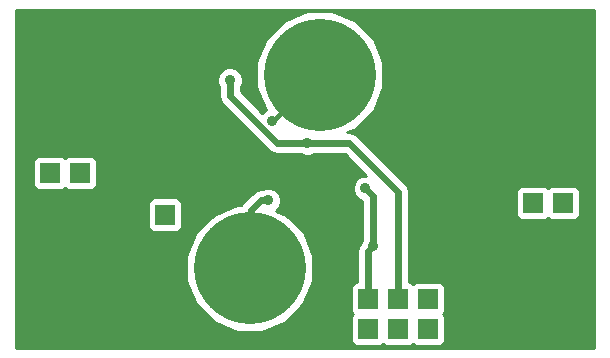
<source format=gbr>
G04 #@! TF.FileFunction,Copper,L1,Top,Signal*
%FSLAX46Y46*%
G04 Gerber Fmt 4.6, Leading zero omitted, Abs format (unit mm)*
G04 Created by KiCad (PCBNEW 0.201503251001+5534~22~ubuntu14.04.1-product) date Čt 26. březen 2015, 00:25:57 CET*
%MOMM*%
G01*
G04 APERTURE LIST*
%ADD10C,0.100000*%
%ADD11R,1.651000X1.651000*%
%ADD12C,6.000000*%
%ADD13C,9.480265*%
%ADD14C,0.889000*%
%ADD15C,0.400000*%
%ADD16C,0.600000*%
%ADD17C,0.254000*%
G04 APERTURE END LIST*
D10*
D11*
X6350000Y13208000D03*
X6350000Y15748000D03*
X6350000Y18288000D03*
X3810000Y18288000D03*
X3810000Y15748000D03*
X3810000Y13208000D03*
X30734000Y5080000D03*
X38354000Y2540000D03*
X33274000Y2540000D03*
X38354000Y5080000D03*
X28194000Y2540000D03*
X30734000Y2540000D03*
X35814000Y2540000D03*
X28194000Y5080000D03*
X35814000Y5080000D03*
X33274000Y5080000D03*
X47244000Y10668000D03*
X47244000Y13208000D03*
X47244000Y15748000D03*
X44704000Y15748000D03*
X44704000Y13208000D03*
X44704000Y10668000D03*
D12*
X45720000Y25400000D03*
X45720000Y5080000D03*
X5080000Y5080000D03*
X5080000Y25400000D03*
D11*
X13543280Y7137400D03*
X13543280Y12217400D03*
D13*
X26654760Y24079200D03*
X20721320Y7675880D03*
D14*
X16611600Y2082800D03*
X14173200Y3048000D03*
X9956800Y2895600D03*
X10007600Y5588000D03*
X11430000Y20218400D03*
X12344400Y23876000D03*
X14732000Y28397200D03*
X21539200Y28295600D03*
X33426400Y28041600D03*
X37846000Y26771600D03*
X34036000Y24638000D03*
X27259280Y14000480D03*
X19050000Y23622000D03*
X25587960Y18298160D03*
X22636480Y20142200D03*
X31186120Y9570720D03*
X30520640Y14457680D03*
X22296120Y13436600D03*
D15*
X14173200Y3048000D02*
X15646400Y3048000D01*
X15646400Y3048000D02*
X16611600Y2082800D01*
X10007600Y5588000D02*
X10007600Y2946400D01*
X10007600Y2946400D02*
X9956800Y2895600D01*
X12344400Y23876000D02*
X12344400Y21132800D01*
X12344400Y21132800D02*
X11430000Y20218400D01*
X21539200Y28295600D02*
X14833600Y28295600D01*
X14833600Y28295600D02*
X14732000Y28397200D01*
X34036000Y24638000D02*
X35712400Y24638000D01*
X35712400Y24638000D02*
X37846000Y26771600D01*
D16*
X28194000Y13065760D02*
X28194000Y5080000D01*
X27259280Y14000480D02*
X28194000Y13065760D01*
X26216577Y18298160D02*
X25587960Y18298160D01*
X19050000Y23622000D02*
X19050000Y22271218D01*
X19050000Y22271218D02*
X23023058Y18298160D01*
X23023058Y18298160D02*
X24959343Y18298160D01*
X33274000Y14177782D02*
X29153622Y18298160D01*
X24959343Y18298160D02*
X25587960Y18298160D01*
X33274000Y5080000D02*
X33274000Y14177782D01*
X29153622Y18298160D02*
X26216577Y18298160D01*
D15*
X26670000Y24257000D02*
X26670000Y24175720D01*
X26670000Y24175720D02*
X23080979Y20586699D01*
X23080979Y20586699D02*
X22636480Y20142200D01*
D16*
X30734000Y9118600D02*
X31186120Y9570720D01*
X30734000Y5080000D02*
X30734000Y9118600D01*
X31186120Y13792200D02*
X30520640Y14457680D01*
X31186120Y9570720D02*
X31186120Y13792200D01*
D15*
X20828000Y7112000D02*
X20828000Y12581099D01*
D16*
X20828000Y7782560D02*
X20721320Y7675880D01*
X20828000Y12581099D02*
X20828000Y7782560D01*
X20828000Y12597097D02*
X20828000Y12581099D01*
X21667503Y13436600D02*
X20828000Y12597097D01*
X22296120Y13436600D02*
X21667503Y13436600D01*
D17*
G36*
X49861000Y939000D02*
X48716940Y939000D01*
X48716940Y12382500D01*
X48716940Y14033500D01*
X48669963Y14275623D01*
X48530173Y14488427D01*
X48319140Y14630877D01*
X48069500Y14680940D01*
X46418500Y14680940D01*
X46176377Y14633963D01*
X45972739Y14500195D01*
X45779140Y14630877D01*
X45529500Y14680940D01*
X43878500Y14680940D01*
X43636377Y14633963D01*
X43423573Y14494173D01*
X43281123Y14283140D01*
X43231060Y14033500D01*
X43231060Y12382500D01*
X43278037Y12140377D01*
X43417827Y11927573D01*
X43628860Y11785123D01*
X43878500Y11735060D01*
X45529500Y11735060D01*
X45771623Y11782037D01*
X45975260Y11915806D01*
X46168860Y11785123D01*
X46418500Y11735060D01*
X48069500Y11735060D01*
X48311623Y11782037D01*
X48524427Y11921827D01*
X48666877Y12132860D01*
X48716940Y12382500D01*
X48716940Y939000D01*
X37286940Y939000D01*
X37286940Y1714500D01*
X37286940Y3365500D01*
X37239963Y3607623D01*
X37106194Y3811261D01*
X37236877Y4004860D01*
X37286940Y4254500D01*
X37286940Y5905500D01*
X37239963Y6147623D01*
X37100173Y6360427D01*
X36889140Y6502877D01*
X36639500Y6552940D01*
X34988500Y6552940D01*
X34746377Y6505963D01*
X34542739Y6372195D01*
X34349140Y6502877D01*
X34209000Y6530981D01*
X34209000Y14177782D01*
X34137827Y14535591D01*
X33935145Y14838927D01*
X29814767Y18959305D01*
X29511431Y19161987D01*
X29153622Y19233160D01*
X29002002Y19233160D01*
X29695550Y19519728D01*
X31208918Y21030457D01*
X32028957Y23005330D01*
X32030823Y25143689D01*
X31214232Y27119990D01*
X29703503Y28633358D01*
X27728630Y29453397D01*
X25590271Y29455263D01*
X23613970Y28638672D01*
X22100602Y27127943D01*
X21280563Y25153070D01*
X21278697Y23014711D01*
X22078278Y21079577D01*
X22025791Y21057889D01*
X21805512Y20837995D01*
X19985000Y22658507D01*
X19985000Y23058790D01*
X20129313Y23406332D01*
X20129687Y23835784D01*
X19965689Y24232689D01*
X19662286Y24536622D01*
X19265668Y24701313D01*
X18836216Y24701687D01*
X18439311Y24537689D01*
X18135378Y24234286D01*
X17970687Y23837668D01*
X17970313Y23408216D01*
X18115000Y23058047D01*
X18115000Y22271218D01*
X18186173Y21913409D01*
X18388855Y21610073D01*
X22361910Y17637019D01*
X22361913Y17637015D01*
X22361914Y17637015D01*
X22665249Y17434333D01*
X22665250Y17434333D01*
X22724614Y17422525D01*
X23023058Y17363159D01*
X23023058Y17363160D01*
X23023063Y17363160D01*
X24959343Y17363160D01*
X25024749Y17363160D01*
X25372292Y17218847D01*
X25801744Y17218473D01*
X26151912Y17363160D01*
X26216577Y17363160D01*
X28766332Y17363160D01*
X30592373Y15537119D01*
X30306856Y15537367D01*
X29909951Y15373369D01*
X29606018Y15069966D01*
X29441327Y14673348D01*
X29440953Y14243896D01*
X29604951Y13846991D01*
X29908354Y13543058D01*
X30251120Y13400728D01*
X30251120Y10133931D01*
X30126199Y9833090D01*
X30072855Y9779745D01*
X29870173Y9476409D01*
X29799000Y9118600D01*
X29799000Y6531695D01*
X29666377Y6505963D01*
X29453573Y6366173D01*
X29311123Y6155140D01*
X29261060Y5905500D01*
X29261060Y4254500D01*
X29308037Y4012377D01*
X29441805Y3808740D01*
X29311123Y3615140D01*
X29261060Y3365500D01*
X29261060Y1714500D01*
X29308037Y1472377D01*
X29447827Y1259573D01*
X29658860Y1117123D01*
X29908500Y1067060D01*
X31559500Y1067060D01*
X31801623Y1114037D01*
X32005260Y1247806D01*
X32198860Y1117123D01*
X32448500Y1067060D01*
X34099500Y1067060D01*
X34341623Y1114037D01*
X34545260Y1247806D01*
X34738860Y1117123D01*
X34988500Y1067060D01*
X36639500Y1067060D01*
X36881623Y1114037D01*
X37094427Y1253827D01*
X37236877Y1464860D01*
X37286940Y1714500D01*
X37286940Y939000D01*
X26097383Y939000D01*
X26097383Y8740369D01*
X25280792Y10716670D01*
X23770063Y12230038D01*
X22954620Y12568640D01*
X23210742Y12824314D01*
X23375433Y13220932D01*
X23375807Y13650384D01*
X23211809Y14047289D01*
X22908406Y14351222D01*
X22511788Y14515913D01*
X22082336Y14516287D01*
X21732167Y14371600D01*
X21667508Y14371600D01*
X21667503Y14371601D01*
X21369059Y14312236D01*
X21309694Y14300427D01*
X21006358Y14097745D01*
X20166855Y13258242D01*
X20028793Y13051619D01*
X19656831Y13051943D01*
X17680530Y12235352D01*
X16167162Y10724623D01*
X15347123Y8749750D01*
X15345257Y6611391D01*
X16161848Y4635090D01*
X17672577Y3121722D01*
X19647450Y2301683D01*
X21785809Y2299817D01*
X23762110Y3116408D01*
X25275478Y4627137D01*
X26095517Y6602010D01*
X26097383Y8740369D01*
X26097383Y939000D01*
X15016220Y939000D01*
X15016220Y11391900D01*
X15016220Y13042900D01*
X14969243Y13285023D01*
X14829453Y13497827D01*
X14618420Y13640277D01*
X14368780Y13690340D01*
X12717780Y13690340D01*
X12475657Y13643363D01*
X12262853Y13503573D01*
X12120403Y13292540D01*
X12070340Y13042900D01*
X12070340Y11391900D01*
X12117317Y11149777D01*
X12257107Y10936973D01*
X12468140Y10794523D01*
X12717780Y10744460D01*
X14368780Y10744460D01*
X14610903Y10791437D01*
X14823707Y10931227D01*
X14966157Y11142260D01*
X15016220Y11391900D01*
X15016220Y939000D01*
X7822940Y939000D01*
X7822940Y14922500D01*
X7822940Y16573500D01*
X7775963Y16815623D01*
X7636173Y17028427D01*
X7425140Y17170877D01*
X7175500Y17220940D01*
X5524500Y17220940D01*
X5282377Y17173963D01*
X5078739Y17040195D01*
X4885140Y17170877D01*
X4635500Y17220940D01*
X2984500Y17220940D01*
X2742377Y17173963D01*
X2529573Y17034173D01*
X2387123Y16823140D01*
X2337060Y16573500D01*
X2337060Y14922500D01*
X2384037Y14680377D01*
X2523827Y14467573D01*
X2734860Y14325123D01*
X2984500Y14275060D01*
X4635500Y14275060D01*
X4877623Y14322037D01*
X5081260Y14455806D01*
X5274860Y14325123D01*
X5524500Y14275060D01*
X7175500Y14275060D01*
X7417623Y14322037D01*
X7630427Y14461827D01*
X7772877Y14672860D01*
X7822940Y14922500D01*
X7822940Y939000D01*
X939000Y939000D01*
X939000Y29541000D01*
X49861000Y29541000D01*
X49861000Y939000D01*
X49861000Y939000D01*
G37*
X49861000Y939000D02*
X48716940Y939000D01*
X48716940Y12382500D01*
X48716940Y14033500D01*
X48669963Y14275623D01*
X48530173Y14488427D01*
X48319140Y14630877D01*
X48069500Y14680940D01*
X46418500Y14680940D01*
X46176377Y14633963D01*
X45972739Y14500195D01*
X45779140Y14630877D01*
X45529500Y14680940D01*
X43878500Y14680940D01*
X43636377Y14633963D01*
X43423573Y14494173D01*
X43281123Y14283140D01*
X43231060Y14033500D01*
X43231060Y12382500D01*
X43278037Y12140377D01*
X43417827Y11927573D01*
X43628860Y11785123D01*
X43878500Y11735060D01*
X45529500Y11735060D01*
X45771623Y11782037D01*
X45975260Y11915806D01*
X46168860Y11785123D01*
X46418500Y11735060D01*
X48069500Y11735060D01*
X48311623Y11782037D01*
X48524427Y11921827D01*
X48666877Y12132860D01*
X48716940Y12382500D01*
X48716940Y939000D01*
X37286940Y939000D01*
X37286940Y1714500D01*
X37286940Y3365500D01*
X37239963Y3607623D01*
X37106194Y3811261D01*
X37236877Y4004860D01*
X37286940Y4254500D01*
X37286940Y5905500D01*
X37239963Y6147623D01*
X37100173Y6360427D01*
X36889140Y6502877D01*
X36639500Y6552940D01*
X34988500Y6552940D01*
X34746377Y6505963D01*
X34542739Y6372195D01*
X34349140Y6502877D01*
X34209000Y6530981D01*
X34209000Y14177782D01*
X34137827Y14535591D01*
X33935145Y14838927D01*
X29814767Y18959305D01*
X29511431Y19161987D01*
X29153622Y19233160D01*
X29002002Y19233160D01*
X29695550Y19519728D01*
X31208918Y21030457D01*
X32028957Y23005330D01*
X32030823Y25143689D01*
X31214232Y27119990D01*
X29703503Y28633358D01*
X27728630Y29453397D01*
X25590271Y29455263D01*
X23613970Y28638672D01*
X22100602Y27127943D01*
X21280563Y25153070D01*
X21278697Y23014711D01*
X22078278Y21079577D01*
X22025791Y21057889D01*
X21805512Y20837995D01*
X19985000Y22658507D01*
X19985000Y23058790D01*
X20129313Y23406332D01*
X20129687Y23835784D01*
X19965689Y24232689D01*
X19662286Y24536622D01*
X19265668Y24701313D01*
X18836216Y24701687D01*
X18439311Y24537689D01*
X18135378Y24234286D01*
X17970687Y23837668D01*
X17970313Y23408216D01*
X18115000Y23058047D01*
X18115000Y22271218D01*
X18186173Y21913409D01*
X18388855Y21610073D01*
X22361910Y17637019D01*
X22361913Y17637015D01*
X22361914Y17637015D01*
X22665249Y17434333D01*
X22665250Y17434333D01*
X22724614Y17422525D01*
X23023058Y17363159D01*
X23023058Y17363160D01*
X23023063Y17363160D01*
X24959343Y17363160D01*
X25024749Y17363160D01*
X25372292Y17218847D01*
X25801744Y17218473D01*
X26151912Y17363160D01*
X26216577Y17363160D01*
X28766332Y17363160D01*
X30592373Y15537119D01*
X30306856Y15537367D01*
X29909951Y15373369D01*
X29606018Y15069966D01*
X29441327Y14673348D01*
X29440953Y14243896D01*
X29604951Y13846991D01*
X29908354Y13543058D01*
X30251120Y13400728D01*
X30251120Y10133931D01*
X30126199Y9833090D01*
X30072855Y9779745D01*
X29870173Y9476409D01*
X29799000Y9118600D01*
X29799000Y6531695D01*
X29666377Y6505963D01*
X29453573Y6366173D01*
X29311123Y6155140D01*
X29261060Y5905500D01*
X29261060Y4254500D01*
X29308037Y4012377D01*
X29441805Y3808740D01*
X29311123Y3615140D01*
X29261060Y3365500D01*
X29261060Y1714500D01*
X29308037Y1472377D01*
X29447827Y1259573D01*
X29658860Y1117123D01*
X29908500Y1067060D01*
X31559500Y1067060D01*
X31801623Y1114037D01*
X32005260Y1247806D01*
X32198860Y1117123D01*
X32448500Y1067060D01*
X34099500Y1067060D01*
X34341623Y1114037D01*
X34545260Y1247806D01*
X34738860Y1117123D01*
X34988500Y1067060D01*
X36639500Y1067060D01*
X36881623Y1114037D01*
X37094427Y1253827D01*
X37236877Y1464860D01*
X37286940Y1714500D01*
X37286940Y939000D01*
X26097383Y939000D01*
X26097383Y8740369D01*
X25280792Y10716670D01*
X23770063Y12230038D01*
X22954620Y12568640D01*
X23210742Y12824314D01*
X23375433Y13220932D01*
X23375807Y13650384D01*
X23211809Y14047289D01*
X22908406Y14351222D01*
X22511788Y14515913D01*
X22082336Y14516287D01*
X21732167Y14371600D01*
X21667508Y14371600D01*
X21667503Y14371601D01*
X21369059Y14312236D01*
X21309694Y14300427D01*
X21006358Y14097745D01*
X20166855Y13258242D01*
X20028793Y13051619D01*
X19656831Y13051943D01*
X17680530Y12235352D01*
X16167162Y10724623D01*
X15347123Y8749750D01*
X15345257Y6611391D01*
X16161848Y4635090D01*
X17672577Y3121722D01*
X19647450Y2301683D01*
X21785809Y2299817D01*
X23762110Y3116408D01*
X25275478Y4627137D01*
X26095517Y6602010D01*
X26097383Y8740369D01*
X26097383Y939000D01*
X15016220Y939000D01*
X15016220Y11391900D01*
X15016220Y13042900D01*
X14969243Y13285023D01*
X14829453Y13497827D01*
X14618420Y13640277D01*
X14368780Y13690340D01*
X12717780Y13690340D01*
X12475657Y13643363D01*
X12262853Y13503573D01*
X12120403Y13292540D01*
X12070340Y13042900D01*
X12070340Y11391900D01*
X12117317Y11149777D01*
X12257107Y10936973D01*
X12468140Y10794523D01*
X12717780Y10744460D01*
X14368780Y10744460D01*
X14610903Y10791437D01*
X14823707Y10931227D01*
X14966157Y11142260D01*
X15016220Y11391900D01*
X15016220Y939000D01*
X7822940Y939000D01*
X7822940Y14922500D01*
X7822940Y16573500D01*
X7775963Y16815623D01*
X7636173Y17028427D01*
X7425140Y17170877D01*
X7175500Y17220940D01*
X5524500Y17220940D01*
X5282377Y17173963D01*
X5078739Y17040195D01*
X4885140Y17170877D01*
X4635500Y17220940D01*
X2984500Y17220940D01*
X2742377Y17173963D01*
X2529573Y17034173D01*
X2387123Y16823140D01*
X2337060Y16573500D01*
X2337060Y14922500D01*
X2384037Y14680377D01*
X2523827Y14467573D01*
X2734860Y14325123D01*
X2984500Y14275060D01*
X4635500Y14275060D01*
X4877623Y14322037D01*
X5081260Y14455806D01*
X5274860Y14325123D01*
X5524500Y14275060D01*
X7175500Y14275060D01*
X7417623Y14322037D01*
X7630427Y14461827D01*
X7772877Y14672860D01*
X7822940Y14922500D01*
X7822940Y939000D01*
X939000Y939000D01*
X939000Y29541000D01*
X49861000Y29541000D01*
X49861000Y939000D01*
M02*

</source>
